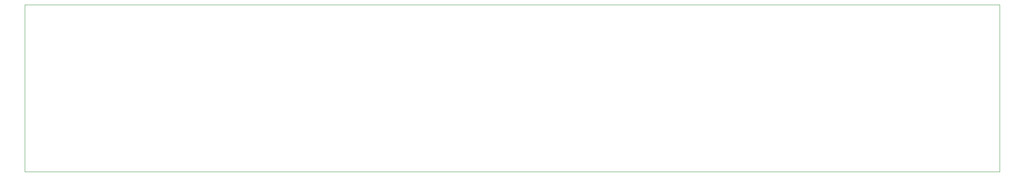
<source format=gko>
%FSLAX36Y36*%
%MOMM*%
%LPD*%
%ADD11C,0.00100*%
%ADD12C,0.10000*%
G54D12*
X-5000000Y-18000000D02*
X-5000000Y18000000D01*
G54D12*
X-5000000Y18000000D02*
X205000000Y18000000D01*
G54D12*
X205000000Y18000000D02*
X205000000Y-18000000D01*
G54D12*
X205000000Y-18000000D02*
X-5000000Y-18000000D01*
M02*

</source>
